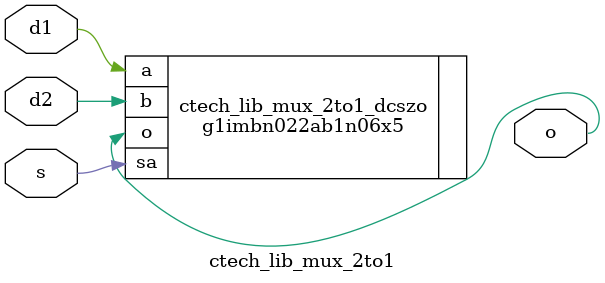
<source format=sv>

module ctech_lib_mux_2to1 (
   input logic d1,
   input logic d2,
   input logic s,
   output logic o );
   
   g1imbn022ab1n06x5 ctech_lib_mux_2to1_dcszo (.a(d1), .b(d2), .sa(s), .o(o));

endmodule // ctech_lib_mux_2to1

</source>
